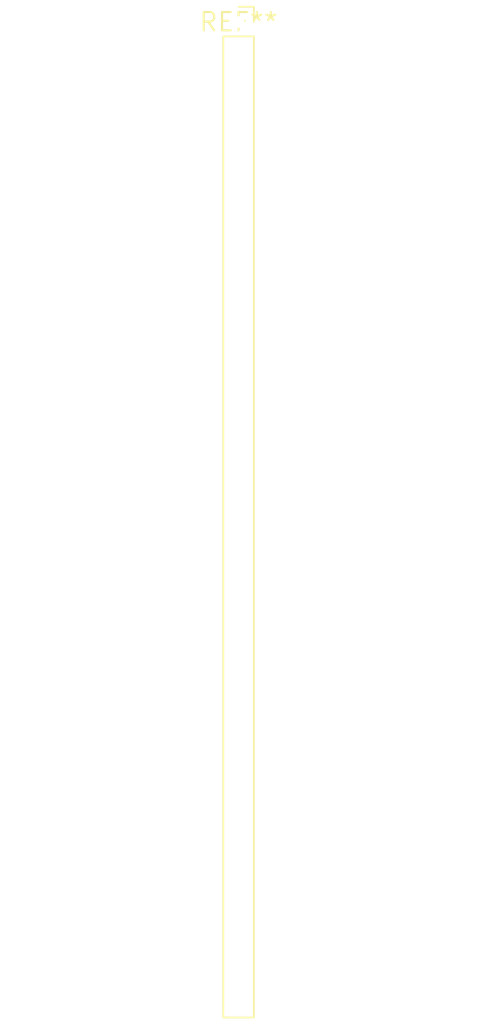
<source format=kicad_pcb>
(kicad_pcb (version 20240108) (generator pcbnew)
  (layers (0 "F.Cu" signal) (31 "B.Cu" signal) (34 "B.Paste" user) (35 "F.Paste" user) (36 "B.SilkS" user "B.Silkscreen") (37 "F.SilkS" user "F.Silkscreen") (38 "B.Mask" user) (39 "F.Mask" user) (44 "Edge.Cuts" user))
  (net 0 "")
  (footprint "PinSocket_1x35_P2.00mm_Vertical" (layer "F.Cu") (at 0 0)
    (property "Reference" "REF**")
    (property "Value" "PinSocket_1x35_P2.00mm_Vertical")
    (fp_line (start -1.06 1) (end -1.06 69.06) (layer "F.SilkS") (stroke (width 0.12)))
    (fp_line (start -1.06 1) (end 1.06 1) (layer "F.SilkS") (stroke (width 0.12)))
    (fp_line (start -1.06 69.06) (end 1.06 69.06) (layer "F.SilkS") (stroke (width 0.12)))
    (fp_line (start 0 -1.06) (end 1.06 -1.06) (layer "F.SilkS") (stroke (width 0.12)))
    (fp_line (start 1.06 -1.06) (end 1.06 0) (layer "F.SilkS") (stroke (width 0.12)))
    (fp_line (start 1.06 1) (end 1.06 69.06) (layer "F.SilkS") (stroke (width 0.12)))
    (pad "1" thru_hole rect (at 0 0) (size 1.35 1.35) (drill 0.8) (layers *.Cu *.Mask) (remove_unused_layers))
    (pad "2" thru_hole oval (at 0 2) (size 1.35 1.35) (drill 0.8) (layers *.Cu *.Mask) (remove_unused_layers))
    (pad "3" thru_hole oval (at 0 4) (size 1.35 1.35) (drill 0.8) (layers *.Cu *.Mask) (remove_unused_layers))
    (pad "4" thru_hole oval (at 0 6) (size 1.35 1.35) (drill 0.8) (layers *.Cu *.Mask) (remove_unused_layers))
    (pad "5" thru_hole oval (at 0 8) (size 1.35 1.35) (drill 0.8) (layers *.Cu *.Mask) (remove_unused_layers))
    (pad "6" thru_hole oval (at 0 10) (size 1.35 1.35) (drill 0.8) (layers *.Cu *.Mask) (remove_unused_layers))
    (pad "7" thru_hole oval (at 0 12) (size 1.35 1.35) (drill 0.8) (layers *.Cu *.Mask) (remove_unused_layers))
    (pad "8" thru_hole oval (at 0 14) (size 1.35 1.35) (drill 0.8) (layers *.Cu *.Mask) (remove_unused_layers))
    (pad "9" thru_hole oval (at 0 16) (size 1.35 1.35) (drill 0.8) (layers *.Cu *.Mask) (remove_unused_layers))
    (pad "10" thru_hole oval (at 0 18) (size 1.35 1.35) (drill 0.8) (layers *.Cu *.Mask) (remove_unused_layers))
    (pad "11" thru_hole oval (at 0 20) (size 1.35 1.35) (drill 0.8) (layers *.Cu *.Mask) (remove_unused_layers))
    (pad "12" thru_hole oval (at 0 22) (size 1.35 1.35) (drill 0.8) (layers *.Cu *.Mask) (remove_unused_layers))
    (pad "13" thru_hole oval (at 0 24) (size 1.35 1.35) (drill 0.8) (layers *.Cu *.Mask) (remove_unused_layers))
    (pad "14" thru_hole oval (at 0 26) (size 1.35 1.35) (drill 0.8) (layers *.Cu *.Mask) (remove_unused_layers))
    (pad "15" thru_hole oval (at 0 28) (size 1.35 1.35) (drill 0.8) (layers *.Cu *.Mask) (remove_unused_layers))
    (pad "16" thru_hole oval (at 0 30) (size 1.35 1.35) (drill 0.8) (layers *.Cu *.Mask) (remove_unused_layers))
    (pad "17" thru_hole oval (at 0 32) (size 1.35 1.35) (drill 0.8) (layers *.Cu *.Mask) (remove_unused_layers))
    (pad "18" thru_hole oval (at 0 34) (size 1.35 1.35) (drill 0.8) (layers *.Cu *.Mask) (remove_unused_layers))
    (pad "19" thru_hole oval (at 0 36) (size 1.35 1.35) (drill 0.8) (layers *.Cu *.Mask) (remove_unused_layers))
    (pad "20" thru_hole oval (at 0 38) (size 1.35 1.35) (drill 0.8) (layers *.Cu *.Mask) (remove_unused_layers))
    (pad "21" thru_hole oval (at 0 40) (size 1.35 1.35) (drill 0.8) (layers *.Cu *.Mask) (remove_unused_layers))
    (pad "22" thru_hole oval (at 0 42) (size 1.35 1.35) (drill 0.8) (layers *.Cu *.Mask) (remove_unused_layers))
    (pad "23" thru_hole oval (at 0 44) (size 1.35 1.35) (drill 0.8) (layers *.Cu *.Mask) (remove_unused_layers))
    (pad "24" thru_hole oval (at 0 46) (size 1.35 1.35) (drill 0.8) (layers *.Cu *.Mask) (remove_unused_layers))
    (pad "25" thru_hole oval (at 0 48) (size 1.35 1.35) (drill 0.8) (layers *.Cu *.Mask) (remove_unused_layers))
    (pad "26" thru_hole oval (at 0 50) (size 1.35 1.35) (drill 0.8) (layers *.Cu *.Mask) (remove_unused_layers))
    (pad "27" thru_hole oval (at 0 52) (size 1.35 1.35) (drill 0.8) (layers *.Cu *.Mask) (remove_unused_layers))
    (pad "28" thru_hole oval (at 0 54) (size 1.35 1.35) (drill 0.8) (layers *.Cu *.Mask) (remove_unused_layers))
    (pad "29" thru_hole oval (at 0 56) (size 1.35 1.35) (drill 0.8) (layers *.Cu *.Mask) (remove_unused_layers))
    (pad "30" thru_hole oval (at 0 58) (size 1.35 1.35) (drill 0.8) (layers *.Cu *.Mask) (remove_unused_layers))
    (pad "31" thru_hole oval (at 0 60) (size 1.35 1.35) (drill 0.8) (layers *.Cu *.Mask) (remove_unused_layers))
    (pad "32" thru_hole oval (at 0 62) (size 1.35 1.35) (drill 0.8) (layers *.Cu *.Mask) (remove_unused_layers))
    (pad "33" thru_hole oval (at 0 64) (size 1.35 1.35) (drill 0.8) (layers *.Cu *.Mask) (remove_unused_layers))
    (pad "34" thru_hole oval (at 0 66) (size 1.35 1.35) (drill 0.8) (layers *.Cu *.Mask) (remove_unused_layers))
    (pad "35" thru_hole oval (at 0 68) (size 1.35 1.35) (drill 0.8) (layers *.Cu *.Mask) (remove_unused_layers))
  )
)
</source>
